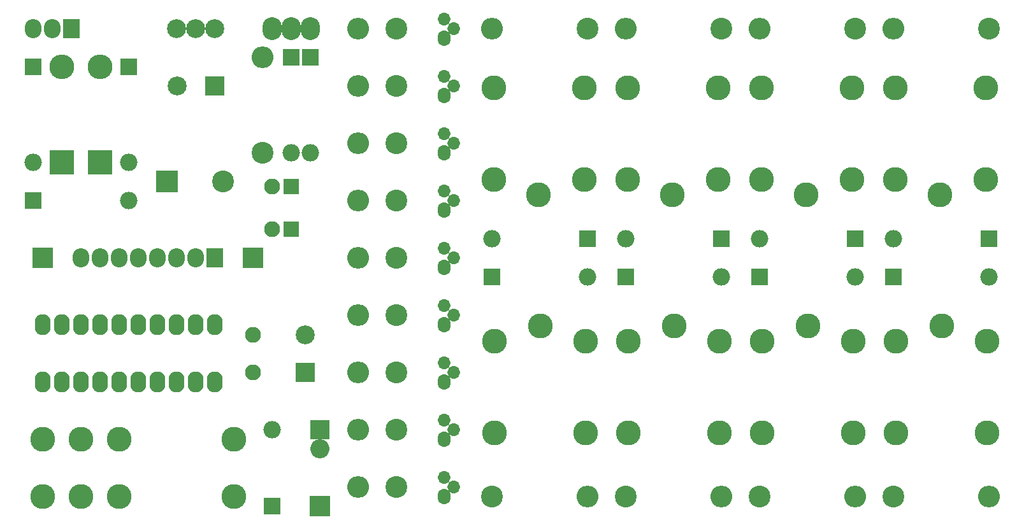
<source format=gbr>
G04 #@! TF.FileFunction,Soldermask,Top*
%FSLAX46Y46*%
G04 Gerber Fmt 4.6, Leading zero omitted, Abs format (unit mm)*
G04 Created by KiCad (PCBNEW 4.0.5+dfsg1-4+deb9u1) date Tue Sep 20 19:36:37 2022*
%MOMM*%
%LPD*%
G01*
G04 APERTURE LIST*
%ADD10C,0.100000*%
%ADD11R,2.308000X2.308000*%
%ADD12O,2.308000X2.308000*%
%ADD13R,3.308000X3.308000*%
%ADD14O,3.308000X3.308000*%
%ADD15R,2.743200X2.743200*%
%ADD16R,2.908000X2.908000*%
%ADD17C,2.908000*%
%ADD18R,2.108000X2.108000*%
%ADD19C,2.108000*%
%ADD20R,2.508000X2.508000*%
%ADD21C,2.508000*%
%ADD22O,2.540000X3.048000*%
%ADD23O,2.108000X2.808000*%
%ADD24C,2.506980*%
%ADD25C,3.308000*%
%ADD26O,1.708000X2.108000*%
%ADD27O,1.708000X1.708000*%
%ADD28O,2.908000X2.908000*%
%ADD29R,2.235200X2.540000*%
%ADD30O,2.235200X2.540000*%
%ADD31R,2.540000X2.540000*%
%ADD32O,2.540000X2.540000*%
G04 APERTURE END LIST*
D10*
D11*
X116840000Y-69850000D03*
D12*
X116840000Y-82550000D03*
D13*
X83820000Y-83820000D03*
D14*
X83820000Y-71120000D03*
D13*
X88900000Y-83820000D03*
D14*
X88900000Y-71120000D03*
D15*
X109220000Y-96520000D03*
D16*
X97790000Y-86360000D03*
D17*
X105290000Y-86360000D03*
D18*
X114300000Y-92710000D03*
D19*
X111800000Y-92710000D03*
D20*
X104140000Y-73660000D03*
D21*
X99140000Y-73660000D03*
D20*
X116205000Y-111760000D03*
D21*
X116205000Y-106760000D03*
D19*
X109220000Y-111760000D03*
X109220000Y-106760000D03*
D11*
X114300000Y-69850000D03*
D12*
X114300000Y-82550000D03*
D11*
X80010000Y-88900000D03*
D12*
X92710000Y-88900000D03*
D22*
X114300000Y-66040000D03*
X116840000Y-66040000D03*
X111760000Y-66040000D03*
D23*
X104140000Y-105410000D03*
X101600000Y-105410000D03*
X99060000Y-105410000D03*
X96520000Y-105410000D03*
X93980000Y-105410000D03*
X91440000Y-105410000D03*
X88900000Y-105410000D03*
X86360000Y-105410000D03*
X83820000Y-105410000D03*
X81280000Y-105410000D03*
X81280000Y-113030000D03*
X83820000Y-113030000D03*
X86360000Y-113030000D03*
X88900000Y-113030000D03*
X91440000Y-113030000D03*
X93980000Y-113030000D03*
X96520000Y-113030000D03*
X99060000Y-113030000D03*
X101600000Y-113030000D03*
X104140000Y-113030000D03*
D24*
X101600000Y-66040000D03*
X104140000Y-66040000D03*
X99060000Y-66040000D03*
D18*
X114300000Y-86995000D03*
D19*
X111800000Y-86995000D03*
D11*
X153670000Y-93980000D03*
D12*
X140970000Y-93980000D03*
D11*
X171450000Y-93980000D03*
D12*
X158750000Y-93980000D03*
D11*
X189230000Y-93980000D03*
D12*
X176530000Y-93980000D03*
D25*
X147193000Y-88138000D03*
X153289000Y-73914000D03*
X153289000Y-86106000D03*
X141224000Y-73914000D03*
X141224000Y-86106000D03*
X164973000Y-88138000D03*
X171069000Y-73914000D03*
X171069000Y-86106000D03*
X159004000Y-73914000D03*
X159004000Y-86106000D03*
X182753000Y-88138000D03*
X188849000Y-73914000D03*
X188849000Y-86106000D03*
X176784000Y-73914000D03*
X176784000Y-86106000D03*
D26*
X134620000Y-90170000D03*
D27*
X135890000Y-88900000D03*
X134620000Y-87630000D03*
D26*
X134620000Y-82550000D03*
D27*
X135890000Y-81280000D03*
X134620000Y-80010000D03*
D26*
X134620000Y-74930000D03*
D27*
X135890000Y-73660000D03*
X134620000Y-72390000D03*
D11*
X207010000Y-93980000D03*
D12*
X194310000Y-93980000D03*
D11*
X194310000Y-99060000D03*
D12*
X207010000Y-99060000D03*
D11*
X176530000Y-99060000D03*
D12*
X189230000Y-99060000D03*
D25*
X200533000Y-88138000D03*
X206629000Y-73914000D03*
X206629000Y-86106000D03*
X194564000Y-73914000D03*
X194564000Y-86106000D03*
X200787000Y-105537000D03*
X194691000Y-119761000D03*
X194691000Y-107569000D03*
X206756000Y-119761000D03*
X206756000Y-107569000D03*
X183007000Y-105537000D03*
X176911000Y-119761000D03*
X176911000Y-107569000D03*
X188976000Y-119761000D03*
X188976000Y-107569000D03*
D26*
X134620000Y-67310000D03*
D27*
X135890000Y-66040000D03*
X134620000Y-64770000D03*
D26*
X134620000Y-120650000D03*
D27*
X135890000Y-119380000D03*
X134620000Y-118110000D03*
D26*
X134620000Y-113030000D03*
D27*
X135890000Y-111760000D03*
X134620000Y-110490000D03*
D11*
X158750000Y-99060000D03*
D12*
X171450000Y-99060000D03*
D11*
X140970000Y-99060000D03*
D12*
X153670000Y-99060000D03*
D25*
X165227000Y-105537000D03*
X159131000Y-119761000D03*
X159131000Y-107569000D03*
X171196000Y-119761000D03*
X171196000Y-107569000D03*
X147447000Y-105537000D03*
X141351000Y-119761000D03*
X141351000Y-107569000D03*
X153416000Y-119761000D03*
X153416000Y-107569000D03*
D26*
X134620000Y-105410000D03*
D27*
X135890000Y-104140000D03*
X134620000Y-102870000D03*
D26*
X134620000Y-97790000D03*
D27*
X135890000Y-96520000D03*
X134620000Y-95250000D03*
D26*
X134620000Y-128270000D03*
D27*
X135890000Y-127000000D03*
X134620000Y-125730000D03*
D25*
X91440000Y-128270000D03*
X81280000Y-128270000D03*
X86360000Y-128270000D03*
X86360000Y-120650000D03*
X106680000Y-128270000D03*
X81280000Y-120650000D03*
X106680000Y-120650000D03*
X91440000Y-120650000D03*
D17*
X110490000Y-82550000D03*
D28*
X110490000Y-69850000D03*
D17*
X153670000Y-66040000D03*
D28*
X140970000Y-66040000D03*
D17*
X171450000Y-66040000D03*
D28*
X158750000Y-66040000D03*
D17*
X189230000Y-66040000D03*
D28*
X176530000Y-66040000D03*
D17*
X207010000Y-66040000D03*
D28*
X194310000Y-66040000D03*
D17*
X194310000Y-128270000D03*
D28*
X207010000Y-128270000D03*
D17*
X176530000Y-128270000D03*
D28*
X189230000Y-128270000D03*
D17*
X158750000Y-128270000D03*
D28*
X171450000Y-128270000D03*
D17*
X140970000Y-128270000D03*
D28*
X153670000Y-128270000D03*
D17*
X128270000Y-88900000D03*
D28*
X123190000Y-88900000D03*
D17*
X128270000Y-81280000D03*
D28*
X123190000Y-81280000D03*
D17*
X128270000Y-73660000D03*
D28*
X123190000Y-73660000D03*
D17*
X128270000Y-66040000D03*
D28*
X123190000Y-66040000D03*
D17*
X128270000Y-119380000D03*
D28*
X123190000Y-119380000D03*
D17*
X128270000Y-111760000D03*
D28*
X123190000Y-111760000D03*
D17*
X128270000Y-104140000D03*
D28*
X123190000Y-104140000D03*
D17*
X128270000Y-96520000D03*
D28*
X123190000Y-96520000D03*
D17*
X128270000Y-127000000D03*
D28*
X123190000Y-127000000D03*
D11*
X80010000Y-71120000D03*
D12*
X80010000Y-83820000D03*
D11*
X92710000Y-71120000D03*
D12*
X92710000Y-83820000D03*
D11*
X111760000Y-129540000D03*
D12*
X111760000Y-119380000D03*
D29*
X104140000Y-96520000D03*
D30*
X101600000Y-96520000D03*
X99060000Y-96520000D03*
X96520000Y-96520000D03*
X93980000Y-96520000D03*
X91440000Y-96520000D03*
X88900000Y-96520000D03*
X86360000Y-96520000D03*
D15*
X81280000Y-96520000D03*
X118110000Y-129540000D03*
D31*
X118110000Y-119380000D03*
D32*
X118110000Y-121920000D03*
D29*
X85090000Y-66040000D03*
D30*
X82550000Y-66040000D03*
X80010000Y-66040000D03*
M02*

</source>
